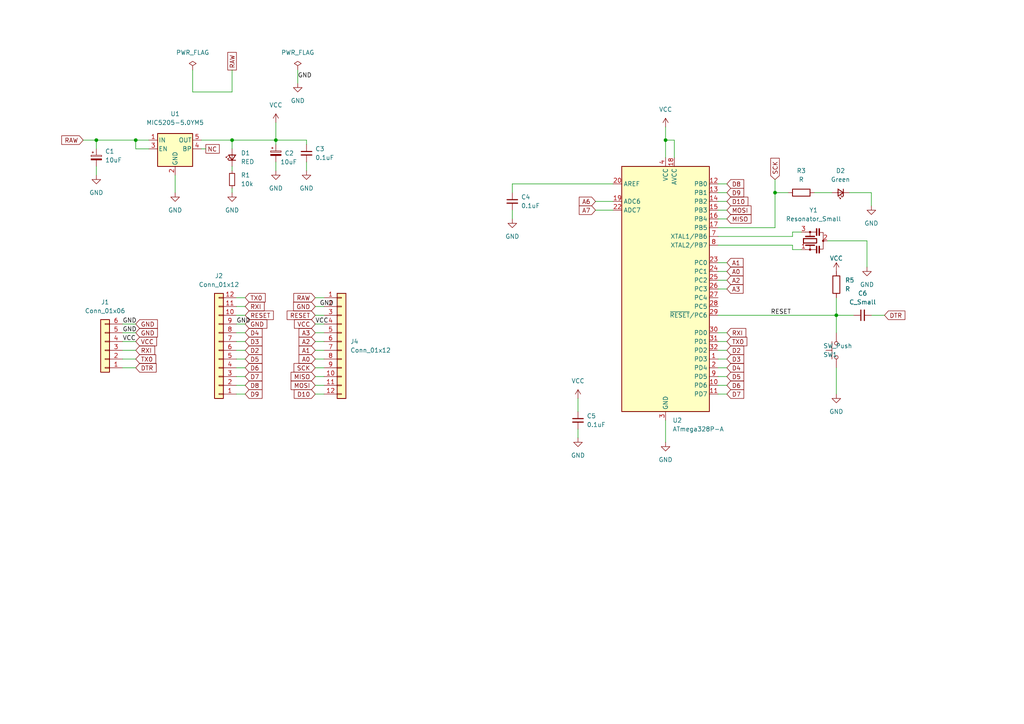
<source format=kicad_sch>
(kicad_sch (version 20211123) (generator eeschema)
  (paper "A4")
  (lib_symbols
    (symbol "Connector_Generic:Conn_01x06" (pin_names (offset 1.016) hide)
      (property "Reference" "J" (at 0 7.62 0))
      (property "Value" "Conn_01x06" (at 0 -10.16 0))
      (symbol "Conn_01x06_1_1"
        (rectangle (start -1.27 -7.493) (end 0 -7.747) (stroke (width 0.1524)))
        (rectangle (start -1.27 -4.953) (end 0 -5.207) (stroke (width 0.1524)))
        (rectangle (start -1.27 -2.413) (end 0 -2.667) (stroke (width 0.1524)))
        (rectangle (start -1.27 0.127) (end 0 -0.127) (stroke (width 0.1524)))
        (rectangle (start -1.27 2.667) (end 0 2.413) (stroke (width 0.1524)))
        (rectangle (start -1.27 5.207) (end 0 4.953) (stroke (width 0.1524)))
        (rectangle (start -1.27 6.35) (end 1.27 -8.89) (stroke (width 0.254)) (fill (type background)))
        (pin passive line (at -5.08 5.08 0) (length 3.81) (name "Pin_1") (number "1"))
        (pin passive line (at -5.08 2.54 0) (length 3.81) (name "Pin_2") (number "2"))
        (pin passive line (at -5.08 0 0) (length 3.81) (name "Pin_3") (number "3"))
        (pin passive line (at -5.08 -2.54 0) (length 3.81) (name "Pin_4") (number "4"))
        (pin passive line (at -5.08 -5.08 0) (length 3.81) (name "Pin_5") (number "5"))
        (pin passive line (at -5.08 -7.62 0) (length 3.81) (name "Pin_6") (number "6"))
      )
    )
    (symbol "Device:C_Polarized_Small" (pin_numbers hide) (pin_names (offset 0.254) hide)
      (property "Reference" "C" (at 0.254 1.778 0))
      (property "Value" "C_Polarized_Small" (at 0.254 -2.032 0))
      (symbol "C_Polarized_Small_0_1"
        (rectangle (start -1.524 -0.3048) (end 1.524 -0.6858) (fill (type outline)))
        (rectangle (start -1.524 0.6858) (end 1.524 0.3048))
        (polyline (pts (xy -1.27 1.524) (xy -0.762 1.524)))
        (polyline (pts (xy -1.016 1.27) (xy -1.016 1.778)))
      )
      (symbol "C_Polarized_Small_1_1"
        (pin passive line (at 0 2.54 270) (length 1.8542) (name "~") (number "1"))
        (pin passive line (at 0 -2.54 90) (length 1.8542) (name "~") (number "2"))
      )
    )
    (symbol "Device:C_Small" (pin_numbers hide) (pin_names (offset 0.254) hide)
      (property "Reference" "C" (at 0.254 1.778 0))
      (property "Value" "C_Small" (at 0.254 -2.032 0))
      (symbol "C_Small_0_1"
        (polyline (pts (xy -1.524 -0.508) (xy 1.524 -0.508)) (stroke (width 0.3302)))
        (polyline (pts (xy -1.524 0.508) (xy 1.524 0.508)) (stroke (width 0.3048)))
      )
      (symbol "C_Small_1_1"
        (pin passive line (at 0 2.54 270) (length 2.032) (name "~") (number "1"))
        (pin passive line (at 0 -2.54 90) (length 2.032) (name "~") (number "2"))
      )
    )
    (symbol "Device:LED_Small" (pin_numbers hide) (pin_names (offset 0.254) hide)
      (property "Reference" "D" (at -1.27 3.175 0))
      (property "Value" "LED_Small" (at -4.445 -2.54 0))
      (symbol "LED_Small_0_1"
        (polyline (pts (xy -0.762 -1.016) (xy -0.762 1.016)) (stroke (width 0.254)))
        (polyline (pts (xy 1.016 0) (xy -0.762 0)))
        (polyline (pts (xy 0.762 -1.016) (xy -0.762 0) (xy 0.762 1.016) (xy 0.762 -1.016)) (stroke (width 0.254)))
        (polyline (pts (xy 0 0.762) (xy -0.508 1.27) (xy -0.254 1.27) (xy -0.508 1.27) (xy -0.508 1.016)))
        (polyline (pts (xy 0.508 1.27) (xy 0 1.778) (xy 0.254 1.778) (xy 0 1.778) (xy 0 1.524)))
      )
      (symbol "LED_Small_1_1"
        (pin passive line (at -2.54 0 0) (length 1.778) (name "K") (number "1"))
        (pin passive line (at 2.54 0 180) (length 1.778) (name "A") (number "2"))
      )
    )
    (symbol "Device:R" (pin_numbers hide) (pin_names (offset 0))
      (property "Reference" "R" (at 2.032 0 90))
      (property "Value" "R" (at 0 0 90))
      (symbol "R_0_1"
        (rectangle (start -1.016 -2.54) (end 1.016 2.54) (stroke (width 0.254)))
      )
      (symbol "R_1_1"
        (pin passive line (at 0 3.81 270) (length 1.27) (name "~") (number "1"))
        (pin passive line (at 0 -3.81 90) (length 1.27) (name "~") (number "2"))
      )
    )
    (symbol "Device:R_Small" (pin_numbers hide) (pin_names (offset 0.254) hide)
      (property "Reference" "R" (at 0.762 0.508 0))
      (property "Value" "R_Small" (at 0.762 -1.016 0))
      (symbol "R_Small_0_1"
        (rectangle (start -0.762 1.778) (end 0.762 -1.778) (stroke (width 0.2032)))
      )
      (symbol "R_Small_1_1"
        (pin passive line (at 0 2.54 270) (length 0.762) (name "~") (number "1"))
        (pin passive line (at 0 -2.54 90) (length 0.762) (name "~") (number "2"))
      )
    )
    (symbol "Device:Resonator_Small" (pin_names (offset 1.016) hide)
      (property "Reference" "Y" (at 3.175 1.905 0))
      (property "Value" "Resonator_Small" (at 3.175 0 0))
      (symbol "Resonator_Small_0_1"
        (rectangle (start -3.556 -2.54) (end -1.524 -2.794) (fill (type outline)))
        (rectangle (start -3.556 -1.778) (end -1.524 -2.032) (fill (type outline)))
        (circle (center -2.54 0) (radius 0.254) (fill (type outline)))
        (rectangle (start -0.635 1.905) (end 0.635 -1.905) (stroke (width 0.3048)))
        (circle (center 0 -3.81) (radius 0.254) (fill (type outline)))
        (polyline (pts (xy -2.54 -1.778) (xy -2.54 0)))
        (polyline (pts (xy -2.54 0) (xy -1.397 0)))
        (polyline (pts (xy -2.54 1.27) (xy -2.54 0)))
        (polyline (pts (xy -1.27 -1.27) (xy -1.27 1.27)) (stroke (width 0.381)))
        (polyline (pts (xy 1.27 -1.27) (xy 1.27 1.27)) (stroke (width 0.381)))
        (polyline (pts (xy 1.27 0) (xy 2.54 0)))
        (polyline (pts (xy 2.54 0) (xy 2.54 -1.778)))
        (polyline (pts (xy 2.54 1.27) (xy 2.54 0)))
        (polyline (pts (xy 2.413 -2.794) (xy 2.413 -3.81) (xy -2.413 -3.81) (xy -2.413 -2.667)))
        (rectangle (start 1.524 -2.54) (end 3.556 -2.794) (fill (type outline)))
        (rectangle (start 1.524 -1.778) (end 3.556 -2.032) (fill (type outline)))
        (circle (center 2.54 0) (radius 0.254) (fill (type outline)))
      )
      (symbol "Resonator_Small_1_1"
        (pin passive line (at -2.54 2.54 270) (length 1.27) (name "1") (number "1"))
        (pin passive line (at 0 -5.08 90) (length 1.27) (name "2") (number "2"))
        (pin passive line (at 2.54 2.54 270) (length 1.27) (name "3") (number "3"))
      )
    )
    (symbol "MCU_Microchip_ATmega:ATmega328P-A"
      (property "Reference" "U" (at -12.7 36.83 0))
      (property "Value" "ATmega328P-A" (at 2.54 -36.83 0))
      (symbol "ATmega328P-A_0_1"
        (rectangle (start -12.7 -35.56) (end 12.7 35.56) (stroke (width 0.254)) (fill (type background)))
      )
      (symbol "ATmega328P-A_1_1"
        (pin bidirectional line (at 15.24 -20.32 180) (length 2.54) (name "PD3") (number "1"))
        (pin bidirectional line (at 15.24 -27.94 180) (length 2.54) (name "PD6") (number "10"))
        (pin bidirectional line (at 15.24 -30.48 180) (length 2.54) (name "PD7") (number "11"))
        (pin bidirectional line (at 15.24 30.48 180) (length 2.54) (name "PB0") (number "12"))
        (pin bidirectional line (at 15.24 27.94 180) (length 2.54) (name "PB1") (number "13"))
        (pin bidirectional line (at 15.24 25.4 180) (length 2.54) (name "PB2") (number "14"))
        (pin bidirectional line (at 15.24 22.86 180) (length 2.54) (name "PB3") (number "15"))
        (pin bidirectional line (at 15.24 20.32 180) (length 2.54) (name "PB4") (number "16"))
        (pin bidirectional line (at 15.24 17.78 180) (length 2.54) (name "PB5") (number "17"))
        (pin power_in line (at 2.54 38.1 270) (length 2.54) (name "AVCC") (number "18"))
        (pin input line (at -15.24 25.4 0) (length 2.54) (name "ADC6") (number "19"))
        (pin bidirectional line (at 15.24 -22.86 180) (length 2.54) (name "PD4") (number "2"))
        (pin passive line (at -15.24 30.48 0) (length 2.54) (name "AREF") (number "20"))
        (pin passive line (at 0 -38.1 90) (length 2.54) hide (name "GND") (number "21"))
        (pin input line (at -15.24 22.86 0) (length 2.54) (name "ADC7") (number "22"))
        (pin bidirectional line (at 15.24 7.62 180) (length 2.54) (name "PC0") (number "23"))
        (pin bidirectional line (at 15.24 5.08 180) (length 2.54) (name "PC1") (number "24"))
        (pin bidirectional line (at 15.24 2.54 180) (length 2.54) (name "PC2") (number "25"))
        (pin bidirectional line (at 15.24 0 180) (length 2.54) (name "PC3") (number "26"))
        (pin bidirectional line (at 15.24 -2.54 180) (length 2.54) (name "PC4") (number "27"))
        (pin bidirectional line (at 15.24 -5.08 180) (length 2.54) (name "PC5") (number "28"))
        (pin bidirectional line (at 15.24 -7.62 180) (length 2.54) (name "~{RESET}/PC6") (number "29"))
        (pin power_in line (at 0 -38.1 90) (length 2.54) (name "GND") (number "3"))
        (pin bidirectional line (at 15.24 -12.7 180) (length 2.54) (name "PD0") (number "30"))
        (pin bidirectional line (at 15.24 -15.24 180) (length 2.54) (name "PD1") (number "31"))
        (pin bidirectional line (at 15.24 -17.78 180) (length 2.54) (name "PD2") (number "32"))
        (pin power_in line (at 0 38.1 270) (length 2.54) (name "VCC") (number "4"))
        (pin passive line (at 0 -38.1 90) (length 2.54) hide (name "GND") (number "5"))
        (pin passive line (at 0 38.1 270) (length 2.54) hide (name "VCC") (number "6"))
        (pin bidirectional line (at 15.24 15.24 180) (length 2.54) (name "XTAL1/PB6") (number "7"))
        (pin bidirectional line (at 15.24 12.7 180) (length 2.54) (name "XTAL2/PB7") (number "8"))
        (pin bidirectional line (at 15.24 -25.4 180) (length 2.54) (name "PD5") (number "9"))
      )
    )
    (symbol "Regulator_Linear:MIC5205-5.0YM5" (pin_names (offset 0.254))
      (property "Reference" "U" (at -3.81 5.715 0))
      (property "Value" "MIC5205-5.0YM5" (at 0 5.715 0))
      (symbol "MIC5205-5.0YM5_0_1"
        (rectangle (start -5.08 4.445) (end 5.08 -5.08) (stroke (width 0.254)) (fill (type background)))
      )
      (symbol "MIC5205-5.0YM5_1_1"
        (pin power_in line (at -7.62 2.54 0) (length 2.54) (name "IN") (number "1"))
        (pin power_in line (at 0 -7.62 90) (length 2.54) (name "GND") (number "2"))
        (pin input line (at -7.62 0 0) (length 2.54) (name "EN") (number "3"))
        (pin input line (at 7.62 0 180) (length 2.54) (name "BP") (number "4"))
        (pin power_out line (at 7.62 2.54 180) (length 2.54) (name "OUT") (number "5"))
      )
    )
    (symbol "connectors:Conn_01x12" (pin_names (offset 1.016) hide)
      (property "Reference" "J" (at 0 15.24 0))
      (property "Value" "Conn_01x12" (at 0 -17.78 0))
      (symbol "Conn_01x12_1_1"
        (rectangle (start -1.27 -15.113) (end 0 -15.367) (stroke (width 0.1524)))
        (rectangle (start -1.27 -12.573) (end 0 -12.827) (stroke (width 0.1524)))
        (rectangle (start -1.27 -10.033) (end 0 -10.287) (stroke (width 0.1524)))
        (rectangle (start -1.27 -7.493) (end 0 -7.747) (stroke (width 0.1524)))
        (rectangle (start -1.27 -4.953) (end 0 -5.207) (stroke (width 0.1524)))
        (rectangle (start -1.27 -2.413) (end 0 -2.667) (stroke (width 0.1524)))
        (rectangle (start -1.27 0.127) (end 0 -0.127) (stroke (width 0.1524)))
        (rectangle (start -1.27 2.667) (end 0 2.413) (stroke (width 0.1524)))
        (rectangle (start -1.27 5.207) (end 0 4.953) (stroke (width 0.1524)))
        (rectangle (start -1.27 7.747) (end 0 7.493) (stroke (width 0.1524)))
        (rectangle (start -1.27 10.287) (end 0 10.033) (stroke (width 0.1524)))
        (rectangle (start -1.27 12.827) (end 0 12.573) (stroke (width 0.1524)))
        (rectangle (start -1.27 13.97) (end 1.27 -16.51) (stroke (width 0.254)) (fill (type background)))
        (pin passive line (at -5.08 12.7 0) (length 3.81) (name "Pin_1") (number "1"))
        (pin passive line (at -5.08 -10.16 0) (length 3.81) (name "Pin_10") (number "10"))
        (pin passive line (at -5.08 -12.7 0) (length 3.81) (name "Pin_11") (number "11"))
        (pin passive line (at -5.08 -15.24 0) (length 3.81) (name "Pin_12") (number "12"))
        (pin passive line (at -5.08 10.16 0) (length 3.81) (name "Pin_2") (number "2"))
        (pin passive line (at -5.08 7.62 0) (length 3.81) (name "Pin_3") (number "3"))
        (pin passive line (at -5.08 5.08 0) (length 3.81) (name "Pin_4") (number "4"))
        (pin passive line (at -5.08 2.54 0) (length 3.81) (name "Pin_5") (number "5"))
        (pin passive line (at -5.08 0 0) (length 3.81) (name "Pin_6") (number "6"))
        (pin passive line (at -5.08 -2.54 0) (length 3.81) (name "Pin_7") (number "7"))
        (pin passive line (at -5.08 -5.08 0) (length 3.81) (name "Pin_8") (number "8"))
        (pin passive line (at -5.08 -7.62 0) (length 3.81) (name "Pin_9") (number "9"))
      )
    )
    (symbol "connectors:SW_Push" (pin_numbers hide) (pin_names (offset 1.016) hide)
      (property "Reference" "SW1" (at -1.2701 3.81 90))
      (property "Value" "SW_Push" (at 1.2699 3.81 90))
      (symbol "SW_Push_0_1"
        (circle (center -2.032 0) (radius 0.508))
        (polyline (pts (xy 0 1.27) (xy 0 3.048)))
        (polyline (pts (xy 2.54 1.27) (xy -2.54 1.27)))
        (circle (center 2.032 0) (radius 0.508))
        (pin passive line (at -5.08 0 0) (length 2.54) (name "A1") (number "A1"))
        (pin passive line (at 5.08 0 180) (length 2.54) (name "B1") (number "B1"))
      )
    )
    (symbol "power:GND" (power) (pin_names (offset 0))
      (property "Value" "GND" (at 0 -3.81 0))
      (symbol "GND_0_1"
        (polyline (pts (xy 0 0) (xy 0 -1.27) (xy 1.27 -1.27) (xy 0 -2.54) (xy -1.27 -1.27) (xy 0 -1.27)))
      )
      (symbol "GND_1_1"
        (pin power_in line (at 0 0 270) (length 0) hide (name "GND") (number "1"))
      )
    )
    (symbol "power:PWR_FLAG" (power) (pin_numbers hide) (pin_names (offset 0) hide)
      (property "Value" "PWR_FLAG" (at 0 3.81 0))
      (symbol "PWR_FLAG_0_0"
        (pin power_out line (at 0 0 90) (length 0) (name "pwr") (number "1"))
      )
      (symbol "PWR_FLAG_0_1"
        (polyline (pts (xy 0 0) (xy 0 1.27) (xy -1.016 1.905) (xy 0 2.54) (xy 1.016 1.905) (xy 0 1.27)))
      )
    )
    (symbol "power:VCC" (power) (pin_names (offset 0))
      (property "Value" "VCC" (at 0 3.81 0))
      (symbol "VCC_0_1"
        (polyline (pts (xy -0.762 1.27) (xy 0 2.54)))
        (polyline (pts (xy 0 0) (xy 0 2.54)))
        (polyline (pts (xy 0 2.54) (xy 0.762 1.27)))
      )
      (symbol "VCC_1_1"
        (pin power_in line (at 0 0 90) (length 0) hide (name "VCC") (number "1"))
      )
    )
  )
  (junction (at 80.01 40.64))
  (junction (at 67.31 40.64))
  (junction (at 242.57 91.44))
  (junction (at 224.79 55.88))
  (junction (at 193.04 40.64))
  (junction (at 39.37 40.64))
  (junction (at 27.94 40.64))
  (wire (pts (xy 224.79 52.07) (xy 224.79 55.88)))
  (wire (pts (xy 252.73 55.88) (xy 252.73 59.69)))
  (wire (pts (xy 91.44 111.76) (xy 93.98 111.76)))
  (wire (pts (xy 80.01 46.99) (xy 80.01 49.53)))
  (wire (pts (xy 43.18 43.18) (xy 39.37 43.18)))
  (wire (pts (xy 208.28 68.58) (xy 229.87 68.58)))
  (wire (pts (xy 35.56 106.68) (xy 39.37 106.68)))
  (wire (pts (xy 67.31 54.61) (xy 67.31 55.88)))
  (wire (pts (xy 208.28 53.34) (xy 210.82 53.34)))
  (wire (pts (xy 208.28 78.74) (xy 210.82 78.74)))
  (wire (pts (xy 67.31 48.26) (xy 67.31 49.53)))
  (wire (pts (xy 195.58 45.72) (xy 195.58 40.64)))
  (wire (pts (xy 68.58 99.06) (xy 71.12 99.06)))
  (wire (pts (xy 39.37 43.18) (xy 39.37 40.64)))
  (wire (pts (xy 35.56 96.52) (xy 39.37 96.52)))
  (wire (pts (xy 208.28 101.6) (xy 210.82 101.6)))
  (wire (pts (xy 68.58 86.36) (xy 71.12 86.36)))
  (wire (pts (xy 208.28 60.96) (xy 210.82 60.96)))
  (wire (pts (xy 242.57 106.68) (xy 242.57 114.3)))
  (wire (pts (xy 35.56 101.6) (xy 39.37 101.6)))
  (wire (pts (xy 208.28 114.3) (xy 210.82 114.3)))
  (wire (pts (xy 68.58 109.22) (xy 71.12 109.22)))
  (wire (pts (xy 91.44 114.3) (xy 93.98 114.3)))
  (wire (pts (xy 91.44 104.14) (xy 93.98 104.14)))
  (wire (pts (xy 68.58 106.68) (xy 71.12 106.68)))
  (wire (pts (xy 208.28 106.68) (xy 210.82 106.68)))
  (wire (pts (xy 88.9 40.64) (xy 80.01 40.64)))
  (wire (pts (xy 67.31 40.64) (xy 80.01 40.64)))
  (wire (pts (xy 35.56 104.14) (xy 39.37 104.14)))
  (wire (pts (xy 27.94 48.26) (xy 27.94 50.8)))
  (wire (pts (xy 208.28 83.82) (xy 210.82 83.82)))
  (wire (pts (xy 167.64 115.57) (xy 167.64 119.38)))
  (wire (pts (xy 208.28 81.28) (xy 210.82 81.28)))
  (wire (pts (xy 193.04 36.83) (xy 193.04 40.64)))
  (wire (pts (xy 58.42 43.18) (xy 59.69 43.18)))
  (wire (pts (xy 208.28 109.22) (xy 210.82 109.22)))
  (wire (pts (xy 208.28 91.44) (xy 242.57 91.44)))
  (wire (pts (xy 229.87 68.58) (xy 229.87 67.31)))
  (wire (pts (xy 67.31 40.64) (xy 67.31 43.18)))
  (wire (pts (xy 67.31 26.67) (xy 67.31 20.32)))
  (wire (pts (xy 148.59 60.96) (xy 148.59 63.5)))
  (wire (pts (xy 91.44 96.52) (xy 93.98 96.52)))
  (wire (pts (xy 208.28 58.42) (xy 210.82 58.42)))
  (wire (pts (xy 148.59 53.34) (xy 148.59 55.88)))
  (wire (pts (xy 68.58 93.98) (xy 71.12 93.98)))
  (wire (pts (xy 35.56 93.98) (xy 39.37 93.98)))
  (wire (pts (xy 251.46 69.85) (xy 251.46 77.47)))
  (wire (pts (xy 68.58 114.3) (xy 71.12 114.3)))
  (wire (pts (xy 172.72 60.96) (xy 177.8 60.96)))
  (wire (pts (xy 167.64 124.46) (xy 167.64 127)))
  (wire (pts (xy 246.38 55.88) (xy 252.73 55.88)))
  (wire (pts (xy 91.44 99.06) (xy 93.98 99.06)))
  (wire (pts (xy 88.9 46.99) (xy 88.9 49.53)))
  (wire (pts (xy 208.28 104.14) (xy 210.82 104.14)))
  (wire (pts (xy 27.94 40.64) (xy 39.37 40.64)))
  (wire (pts (xy 91.44 93.98) (xy 93.98 93.98)))
  (wire (pts (xy 27.94 40.64) (xy 27.94 43.18)))
  (wire (pts (xy 91.44 106.68) (xy 93.98 106.68)))
  (wire (pts (xy 91.44 101.6) (xy 93.98 101.6)))
  (wire (pts (xy 91.44 86.36) (xy 93.98 86.36)))
  (wire (pts (xy 68.58 111.76) (xy 71.12 111.76)))
  (wire (pts (xy 55.88 20.32) (xy 55.88 26.67)))
  (wire (pts (xy 224.79 66.04) (xy 208.28 66.04)))
  (wire (pts (xy 228.6 55.88) (xy 224.79 55.88)))
  (wire (pts (xy 242.57 91.44) (xy 247.65 91.44)))
  (wire (pts (xy 224.79 55.88) (xy 224.79 66.04)))
  (wire (pts (xy 58.42 40.64) (xy 67.31 40.64)))
  (wire (pts (xy 80.01 40.64) (xy 80.01 41.91)))
  (wire (pts (xy 91.44 91.44) (xy 93.98 91.44)))
  (wire (pts (xy 208.28 96.52) (xy 210.82 96.52)))
  (wire (pts (xy 242.57 91.44) (xy 242.57 96.52)))
  (wire (pts (xy 236.22 55.88) (xy 241.3 55.88)))
  (wire (pts (xy 24.13 40.64) (xy 27.94 40.64)))
  (wire (pts (xy 177.8 53.34) (xy 148.59 53.34)))
  (wire (pts (xy 91.44 88.9) (xy 93.98 88.9)))
  (wire (pts (xy 172.72 58.42) (xy 177.8 58.42)))
  (wire (pts (xy 208.28 76.2) (xy 210.82 76.2)))
  (wire (pts (xy 242.57 91.44) (xy 242.57 86.36)))
  (wire (pts (xy 208.28 55.88) (xy 210.82 55.88)))
  (wire (pts (xy 208.28 99.06) (xy 210.82 99.06)))
  (wire (pts (xy 39.37 40.64) (xy 43.18 40.64)))
  (wire (pts (xy 229.87 71.12) (xy 229.87 72.39)))
  (wire (pts (xy 50.8 50.8) (xy 50.8 55.88)))
  (wire (pts (xy 68.58 91.44) (xy 71.12 91.44)))
  (wire (pts (xy 240.03 69.85) (xy 251.46 69.85)))
  (wire (pts (xy 252.73 91.44) (xy 256.54 91.44)))
  (wire (pts (xy 193.04 121.92) (xy 193.04 128.27)))
  (wire (pts (xy 193.04 40.64) (xy 193.04 45.72)))
  (wire (pts (xy 195.58 40.64) (xy 193.04 40.64)))
  (wire (pts (xy 208.28 63.5) (xy 210.82 63.5)))
  (wire (pts (xy 208.28 71.12) (xy 229.87 71.12)))
  (wire (pts (xy 68.58 101.6) (xy 71.12 101.6)))
  (wire (pts (xy 91.44 109.22) (xy 93.98 109.22)))
  (wire (pts (xy 86.36 20.32) (xy 86.36 24.13)))
  (wire (pts (xy 208.28 111.76) (xy 210.82 111.76)))
  (wire (pts (xy 88.9 41.91) (xy 88.9 40.64)))
  (wire (pts (xy 68.58 88.9) (xy 71.12 88.9)))
  (wire (pts (xy 80.01 35.56) (xy 80.01 40.64)))
  (wire (pts (xy 68.58 104.14) (xy 71.12 104.14)))
  (wire (pts (xy 229.87 67.31) (xy 232.41 67.31)))
  (wire (pts (xy 55.88 26.67) (xy 67.31 26.67)))
  (wire (pts (xy 68.58 96.52) (xy 71.12 96.52)))
  (wire (pts (xy 35.56 99.06) (xy 39.37 99.06)))
  (wire (pts (xy 229.87 72.39) (xy 232.41 72.39)))
  (label "GND" (at 68.58 93.98 0))
  (label "GND" (at 92.71 88.9 0))
  (label "GND" (at 35.56 93.98 0))
  (label "VCC" (at 91.44 93.98 0))
  (label "GND" (at 35.56 96.52 0))
  (label "VCC" (at 35.56 99.06 0))
  (label "RESET" (at 223.52 91.44 0))
  (label "GND" (at 86.36 22.86 0))
  (global_label "D9" (shape input) (at 210.82 55.88 0) (property "Intersheet References" "${INTERSHEET_REFS}" (effects hide)))
  (global_label "A7" (shape input) (at 172.72 60.96 180) (property "Intersheet References" "${INTERSHEET_REFS}" (effects hide)))
  (global_label "D2" (shape input) (at 71.12 101.6 0) (property "Intersheet References" "${INTERSHEET_REFS}" (effects hide)))
  (global_label "MISO" (shape input) (at 91.44 109.22 180) (property "Intersheet References" "${INTERSHEET_REFS}" (effects hide)))
  (global_label "MOSI" (shape input) (at 91.44 111.76 180) (property "Intersheet References" "${INTERSHEET_REFS}" (effects hide)))
  (global_label "RXI" (shape input) (at 39.37 101.6 0) (property "Intersheet References" "${INTERSHEET_REFS}" (effects hide)))
  (global_label "D5" (shape input) (at 210.82 109.22 0) (property "Intersheet References" "${INTERSHEET_REFS}" (effects hide)))
  (global_label "D7" (shape input) (at 210.82 114.3 0) (property "Intersheet References" "${INTERSHEET_REFS}" (effects hide)))
  (global_label "SCK" (shape input) (at 91.44 106.68 180) (property "Intersheet References" "${INTERSHEET_REFS}" (effects hide)))
  (global_label "A0" (shape input) (at 91.44 104.14 180) (property "Intersheet References" "${INTERSHEET_REFS}" (effects hide)))
  (global_label "GND" (shape input) (at 91.44 88.9 180) (property "Intersheet References" "${INTERSHEET_REFS}" (effects hide)))
  (global_label "MOSI" (shape input) (at 210.82 60.96 0) (property "Intersheet References" "${INTERSHEET_REFS}" (effects hide)))
  (global_label "RAW" (shape passive) (at 67.31 20.32 90) (property "Intersheet References" "${INTERSHEET_REFS}" (effects hide)))
  (global_label "D6" (shape input) (at 210.82 111.76 0) (property "Intersheet References" "${INTERSHEET_REFS}" (effects hide)))
  (global_label "D2" (shape input) (at 210.82 101.6 0) (property "Intersheet References" "${INTERSHEET_REFS}" (effects hide)))
  (global_label "D7" (shape input) (at 71.12 109.22 0) (property "Intersheet References" "${INTERSHEET_REFS}" (effects hide)))
  (global_label "TX0" (shape input) (at 71.12 86.36 0) (property "Intersheet References" "${INTERSHEET_REFS}" (effects hide)))
  (global_label "D10" (shape input) (at 210.82 58.42 0) (property "Intersheet References" "${INTERSHEET_REFS}" (effects hide)))
  (global_label "D6" (shape input) (at 71.12 106.68 0) (property "Intersheet References" "${INTERSHEET_REFS}" (effects hide)))
  (global_label "GND" (shape input) (at 71.12 93.98 0) (property "Intersheet References" "${INTERSHEET_REFS}" (effects hide)))
  (global_label "D8" (shape input) (at 210.82 53.34 0) (property "Intersheet References" "${INTERSHEET_REFS}" (effects hide)))
  (global_label "A3" (shape input) (at 91.44 96.52 180) (property "Intersheet References" "${INTERSHEET_REFS}" (effects hide)))
  (global_label "A2" (shape input) (at 91.44 99.06 180) (property "Intersheet References" "${INTERSHEET_REFS}" (effects hide)))
  (global_label "D4" (shape input) (at 71.12 96.52 0) (property "Intersheet References" "${INTERSHEET_REFS}" (effects hide)))
  (global_label "GND" (shape input) (at 39.37 96.52 0) (property "Intersheet References" "${INTERSHEET_REFS}" (effects hide)))
  (global_label "D8" (shape input) (at 71.12 111.76 0) (property "Intersheet References" "${INTERSHEET_REFS}" (effects hide)))
  (global_label "VCC" (shape input) (at 91.44 93.98 180) (property "Intersheet References" "${INTERSHEET_REFS}" (effects hide)))
  (global_label "A0" (shape input) (at 210.82 78.74 0) (property "Intersheet References" "${INTERSHEET_REFS}" (effects hide)))
  (global_label "RXI" (shape input) (at 210.82 96.52 0) (property "Intersheet References" "${INTERSHEET_REFS}" (effects hide)))
  (global_label "TX0" (shape input) (at 39.37 104.14 0) (property "Intersheet References" "${INTERSHEET_REFS}" (effects hide)))
  (global_label "D5" (shape input) (at 71.12 104.14 0) (property "Intersheet References" "${INTERSHEET_REFS}" (effects hide)))
  (global_label "TX0" (shape input) (at 210.82 99.06 0) (property "Intersheet References" "${INTERSHEET_REFS}" (effects hide)))
  (global_label "MISO" (shape input) (at 210.82 63.5 0) (property "Intersheet References" "${INTERSHEET_REFS}" (effects hide)))
  (global_label "A1" (shape input) (at 210.82 76.2 0) (property "Intersheet References" "${INTERSHEET_REFS}" (effects hide)))
  (global_label "D3" (shape input) (at 71.12 99.06 0) (property "Intersheet References" "${INTERSHEET_REFS}" (effects hide)))
  (global_label "DTR" (shape input) (at 256.54 91.44 0) (property "Intersheet References" "${INTERSHEET_REFS}" (effects hide)))
  (global_label "A3" (shape input) (at 210.82 83.82 0) (property "Intersheet References" "${INTERSHEET_REFS}" (effects hide)))
  (global_label "SCK" (shape input) (at 224.79 52.07 90) (property "Intersheet References" "${INTERSHEET_REFS}" (effects hide)))
  (global_label "A6" (shape input) (at 172.72 58.42 180) (property "Intersheet References" "${INTERSHEET_REFS}" (effects hide)))
  (global_label "RAW" (shape input) (at 24.13 40.64 180) (property "Intersheet References" "${INTERSHEET_REFS}" (effects hide)))
  (global_label "GND" (shape input) (at 39.37 93.98 0) (property "Intersheet References" "${INTERSHEET_REFS}" (effects hide)))
  (global_label "D9" (shape input) (at 71.12 114.3 0) (property "Intersheet References" "${INTERSHEET_REFS}" (effects hide)))
  (global_label "NC" (shape passive) (at 59.69 43.18 0) (property "Intersheet References" "${INTERSHEET_REFS}" (effects hide)))
  (global_label "VCC" (shape input) (at 39.37 99.06 0) (property "Intersheet References" "${INTERSHEET_REFS}" (effects hide)))
  (global_label "DTR" (shape input) (at 39.37 106.68 0) (property "Intersheet References" "${INTERSHEET_REFS}" (effects hide)))
  (global_label "RAW" (shape input) (at 91.44 86.36 180) (property "Intersheet References" "${INTERSHEET_REFS}" (effects hide)))
  (global_label "A2" (shape input) (at 210.82 81.28 0) (property "Intersheet References" "${INTERSHEET_REFS}" (effects hide)))
  (global_label "RXI" (shape input) (at 71.12 88.9 0) (property "Intersheet References" "${INTERSHEET_REFS}" (effects hide)))
  (global_label "A1" (shape input) (at 91.44 101.6 180) (property "Intersheet References" "${INTERSHEET_REFS}" (effects hide)))
  (global_label "D10" (shape input) (at 91.44 114.3 180) (property "Intersheet References" "${INTERSHEET_REFS}" (effects hide)))
  (global_label "D3" (shape input) (at 210.82 104.14 0) (property "Intersheet References" "${INTERSHEET_REFS}" (effects hide)))
  (global_label "RESET" (shape input) (at 91.44 91.44 180) (property "Intersheet References" "${INTERSHEET_REFS}" (effects hide)))
  (global_label "RESET" (shape input) (at 71.12 91.44 0) (property "Intersheet References" "${INTERSHEET_REFS}" (effects hide)))
  (global_label "D4" (shape input) (at 210.82 106.68 0) (property "Intersheet References" "${INTERSHEET_REFS}" (effects hide)))
  (symbol (lib_id "Device:R_Small") (at 67.31 52.07 0) (unit 1)
    (property "Reference" "R1" (at 69.85 50.7999 0) (effects (justify left)))
    (property "Value" "10k" (at 69.85 53.3399 0) (effects (justify left)))
    (property "Footprint" "Resistor_SMD:R_0603_1608Metric" (effects hide))
  )
  (symbol (lib_id "Device:C_Small") (at 148.59 58.42 0) (unit 1)
    (property "Reference" "C4" (at 151.13 57.1562 0) (effects (justify left)))
    (property "Value" "0.1uF" (at 151.13 59.6962 0) (effects (justify left)))
    (property "Footprint" "Capacitor_SMD:C_0603_1608Metric" (effects hide))
  )
  (symbol (lib_id "power:VCC") (at 80.01 35.56 0) (unit 1)
    (property "Reference" "#PWR04" (effects hide))
    (property "Value" "VCC" (at 80.01 30.48 0))
  )
  (symbol (lib_id "power:GND") (at 242.57 114.3 0) (unit 1)
    (property "Reference" "#PWR0102" (effects hide))
    (property "Value" "GND" (at 242.57 119.38 0))
  )
  (symbol (lib_id "power:GND") (at 86.36 24.13 0) (unit 1)
    (property "Reference" "#PWR0101" (effects hide))
    (property "Value" "GND" (at 86.36 29.21 0))
  )
  (symbol (lib_id "power:VCC") (at 167.64 115.57 0) (unit 1)
    (property "Reference" "#PWR08" (effects hide))
    (property "Value" "VCC" (at 167.64 110.49 0))
  )
  (symbol (lib_id "Device:LED_Small") (at 67.31 45.72 90) (unit 1)
    (property "Reference" "D1" (at 69.85 44.3864 90) (effects (justify right)))
    (property "Value" "RED" (at 69.85 46.9264 90) (effects (justify right)))
    (property "Footprint" "LED_SMD:LED_0603_1608Metric" (effects hide))
  )
  (symbol (lib_id "Device:LED_Small") (at 243.84 55.88 180) (unit 1)
    (property "Reference" "D2" (at 243.7765 49.53 0))
    (property "Value" "Green" (at 243.7765 52.07 0))
    (property "Footprint" "LED_SMD:LED_0603_1608Metric" (effects hide))
  )
  (symbol (lib_id "power:VCC") (at 193.04 36.83 0) (unit 1)
    (property "Reference" "#PWR010" (effects hide))
    (property "Value" "VCC" (at 193.04 31.75 0))
  )
  (symbol (lib_id "power:GND") (at 148.59 63.5 0) (unit 1)
    (property "Reference" "#PWR07" (effects hide))
    (property "Value" "GND" (at 148.59 68.58 0))
  )
  (symbol (lib_id "Device:C_Small") (at 88.9 44.45 0) (unit 1)
    (property "Reference" "C3" (at 91.44 43.1862 0) (effects (justify left)))
    (property "Value" "0.1uF" (at 91.44 45.7262 0) (effects (justify left)))
    (property "Footprint" "Capacitor_SMD:C_0603_1608Metric" (effects hide))
  )
  (symbol (lib_id "power:GND") (at 167.64 127 0) (unit 1)
    (property "Reference" "#PWR09" (effects hide))
    (property "Value" "GND" (at 167.64 132.08 0))
  )
  (symbol (lib_id "Regulator_Linear:MIC5205-5.0YM5") (at 50.8 43.18 0) (unit 1)
    (property "Reference" "U1" (at 50.8 33.02 0))
    (property "Value" "MIC5205-5.0YM5" (at 50.8 35.56 0))
    (property "Footprint" "Package_TO_SOT_SMD:SOT-23-5" (effects hide))
    (property "Datasheet" "http://ww1.microchip.com/downloads/en/DeviceDoc/20005785A.pdf" (effects hide))
  )
  (symbol (lib_id "power:VCC") (at 242.57 78.74 0) (unit 1)
    (property "Reference" "#PWR014" (effects hide))
    (property "Value" "VCC" (at 242.57 74.93 0))
  )
  (symbol (lib_id "Device:C_Polarized_Small") (at 80.01 44.45 0) (unit 1)
    (property "Reference" "C2" (at 82.55 44.45 0) (effects (justify left)))
    (property "Value" "10uF" (at 81.28 46.99 0) (effects (justify left)))
    (property "Footprint" "Capacitor_SMD:C_0603_1608Metric" (effects hide))
  )
  (symbol (lib_id "power:GND") (at 80.01 49.53 0) (unit 1)
    (property "Reference" "#PWR05" (effects hide))
    (property "Value" "GND" (at 80.01 54.61 0))
  )
  (symbol (lib_id "Device:C_Small") (at 167.64 121.92 0) (unit 1)
    (property "Reference" "C5" (at 170.18 120.6562 0) (effects (justify left)))
    (property "Value" "0.1uF" (at 170.18 123.1962 0) (effects (justify left)))
    (property "Footprint" "Capacitor_SMD:C_0603_1608Metric" (effects hide))
  )
  (symbol (lib_id "power:GND") (at 67.31 55.88 0) (unit 1)
    (property "Reference" "#PWR03" (effects hide))
    (property "Value" "GND" (at 67.31 60.96 0))
  )
  (symbol (lib_id "power:GND") (at 88.9 49.53 0) (unit 1)
    (property "Reference" "#PWR06" (effects hide))
    (property "Value" "GND" (at 88.9 54.61 0))
  )
  (symbol (lib_id "Device:C_Small") (at 250.19 91.44 90) (unit 1)
    (property "Reference" "C6" (at 250.1963 85.09 90))
    (property "Value" "C_Small" (at 250.1963 87.63 90))
    (property "Footprint" "Capacitor_SMD:C_0603_1608Metric" (effects hide))
  )
  (symbol (lib_id "Device:R") (at 242.57 82.55 0) (unit 1)
    (property "Reference" "R5" (at 245.11 81.2799 0) (effects (justify left)))
    (property "Value" "R" (at 245.11 83.8199 0) (effects (justify left)))
    (property "Footprint" "Resistor_SMD:R_0603_1608Metric" (effects hide))
  )
  (symbol (lib_id "Connector_Generic:Conn_01x06") (at 30.48 101.6 180) (unit 1)
    (property "Reference" "J1" (at 30.48 87.63 0))
    (property "Value" "Conn_01x06" (at 30.48 90.17 0))
    (property "Footprint" "Connector_PinHeader_2.54mm:PinHeader_1x06_P2.54mm_Vertical" (effects hide))
  )
  (symbol (lib_id "Device:R") (at 232.41 55.88 90) (unit 1)
    (property "Reference" "R3" (at 232.41 49.53 90))
    (property "Value" "R" (at 232.41 52.07 90))
    (property "Footprint" "Resistor_SMD:R_0603_1608Metric" (effects hide))
  )
  (symbol (lib_id "Device:C_Polarized_Small") (at 27.94 45.72 0) (unit 1)
    (property "Reference" "C1" (at 30.48 43.9038 0) (effects (justify left)))
    (property "Value" "10uF" (at 30.48 46.4438 0) (effects (justify left)))
    (property "Footprint" "Capacitor_SMD:C_0603_1608Metric" (effects hide))
  )
  (symbol (lib_id "power:GND") (at 27.94 50.8 0) (unit 1)
    (property "Reference" "#PWR01" (effects hide))
    (property "Value" "GND" (at 27.94 55.88 0))
  )
  (symbol (lib_id "power:GND") (at 251.46 77.47 0) (unit 1)
    (property "Reference" "#PWR016" (effects hide))
    (property "Value" "GND" (at 251.46 82.55 0))
  )
  (symbol (lib_id "connectors:Conn_01x12") (at 99.06 99.06 0) (unit 1)
    (property "Reference" "J4" (at 101.6 99.0599 0) (effects (justify left)))
    (property "Value" "Conn_01x12" (at 101.6 101.5999 0) (effects (justify left)))
    (property "Footprint" "Connector_PinHeader_2.54mm:PinHeader_1x12_P2.54mm_Vertical" (effects hide))
  )
  (symbol (lib_id "power:GND") (at 193.04 128.27 0) (unit 1)
    (property "Reference" "#PWR011" (effects hide))
    (property "Value" "GND" (at 193.04 133.35 0))
  )
  (symbol (lib_id "power:PWR_FLAG") (at 55.88 20.32 0) (unit 1)
    (property "Reference" "#FLG0103" (effects hide))
    (property "Value" "PWR_FLAG" (at 55.88 15.24 0))
  )
  (symbol (lib_id "power:GND") (at 252.73 59.69 0) (unit 1)
    (property "Reference" "#PWR017" (effects hide))
    (property "Value" "GND" (at 252.73 64.77 0))
  )
  (symbol (lib_id "Device:Resonator_Small") (at 234.95 69.85 90) (unit 1)
    (property "Reference" "Y1" (at 235.9533 60.96 90))
    (property "Value" "Resonator_Small" (at 235.9533 63.5 90))
    (property "Footprint" "crystal:OSC_CSTNE16M0V51Z000R0" (effects hide))
  )
  (symbol (lib_id "power:GND") (at 50.8 55.88 0) (unit 1)
    (property "Reference" "#PWR02" (effects hide))
    (property "Value" "GND" (at 50.8 60.96 0))
  )
  (symbol (lib_id "connectors:SW_Push") (at 242.57 101.6 90) (unit 1)
    (property "Reference" "SW1" (at 238.76 102.8701 90) (effects (justify right)))
    (property "Value" "SW_Push" (at 238.76 100.3301 90) (effects (justify right)))
    (property "Footprint" "Library:SW_SOV-168HST" (effects hide))
  )
  (symbol (lib_id "connectors:Conn_01x12") (at 63.5 101.6 180) (unit 1)
    (property "Reference" "J2" (at 63.5 80.01 0))
    (property "Value" "Conn_01x12" (at 63.5 82.55 0))
    (property "Footprint" "Connector_PinHeader_2.54mm:PinHeader_1x12_P2.54mm_Vertical" (effects hide))
  )
  (symbol (lib_id "power:PWR_FLAG") (at 86.36 20.32 0) (unit 1)
    (property "Reference" "#FLG0101" (effects hide))
    (property "Value" "PWR_FLAG" (at 86.36 15.24 0))
  )
  (symbol (lib_id "MCU_Microchip_ATmega:ATmega328P-A") (at 193.04 83.82 0) (unit 1)
    (property "Reference" "U2" (at 195.0594 121.92 0) (effects (justify left)))
    (property "Value" "ATmega328P-A" (at 195.0594 124.46 0) (effects (justify left)))
    (property "Footprint" "Package_QFP:TQFP-32_7x7mm_P0.8mm" (effects hide))
    (property "Datasheet" "http://ww1.microchip.com/downloads/en/DeviceDoc/ATmega328_P%20AVR%20MCU%20with%20picoPower%20Technology%20Data%20Sheet%2040001984A.pdf" (effects hide))
  )
)
</source>
